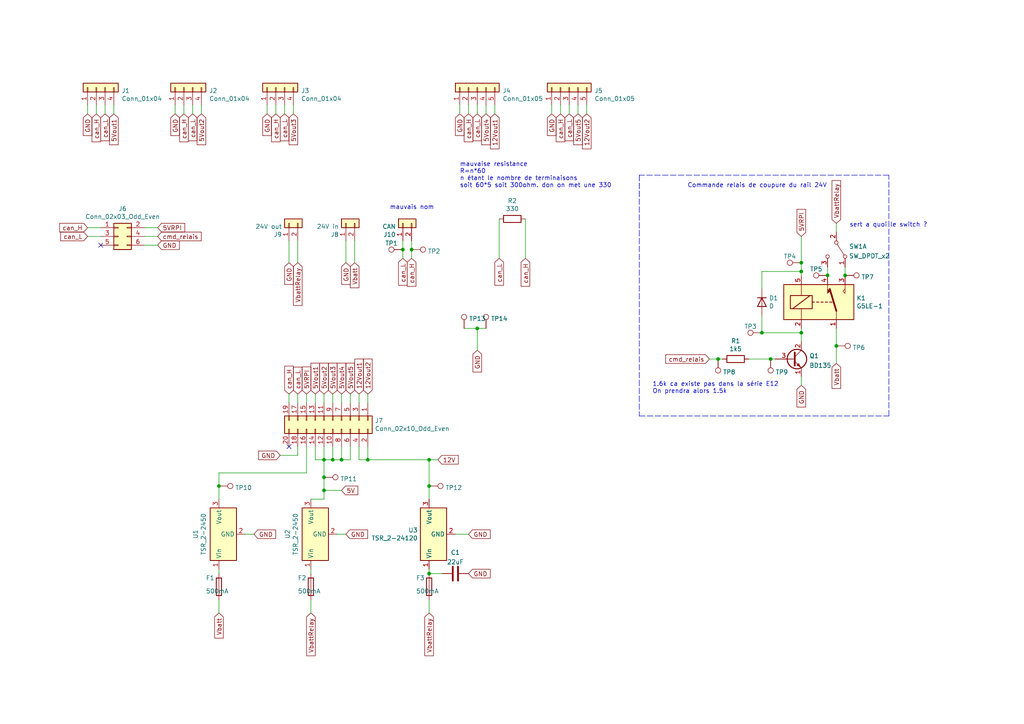
<source format=kicad_sch>
(kicad_sch (version 20211123) (generator eeschema)
  (paper "A4")
  (lib_symbols
    (symbol "Connector:TestPoint" (pin_numbers hide) (pin_names (offset 0.762) hide)
      (property "Reference" "TP" (at 0 6.858 0))
      (property "Value" "TestPoint" (at 0 5.08 0))
      (symbol "TestPoint_0_1"
        (circle (center 0 3.302) (radius 0.762))
      )
      (symbol "TestPoint_1_1"
        (pin passive line (at 0 0 90) (length 2.54) (name "1") (number "1"))
      )
    )
    (symbol "Connector_Generic:Conn_01x02" (pin_names (offset 1.016) hide)
      (property "Reference" "J" (at 0 2.54 0))
      (property "Value" "Conn_01x02" (at 0 -5.08 0))
      (symbol "Conn_01x02_1_1"
        (rectangle (start -1.27 -2.413) (end 0 -2.667) (stroke (width 0.1524)))
        (rectangle (start -1.27 0.127) (end 0 -0.127) (stroke (width 0.1524)))
        (rectangle (start -1.27 1.27) (end 1.27 -3.81) (stroke (width 0.254)) (fill (type background)))
        (pin passive line (at -5.08 0 0) (length 3.81) (name "Pin_1") (number "1"))
        (pin passive line (at -5.08 -2.54 0) (length 3.81) (name "Pin_2") (number "2"))
      )
    )
    (symbol "Connector_Generic:Conn_01x04" (pin_names (offset 1.016) hide)
      (property "Reference" "J" (at 0 5.08 0))
      (property "Value" "Conn_01x04" (at 0 -7.62 0))
      (symbol "Conn_01x04_1_1"
        (rectangle (start -1.27 -4.953) (end 0 -5.207) (stroke (width 0.1524)))
        (rectangle (start -1.27 -2.413) (end 0 -2.667) (stroke (width 0.1524)))
        (rectangle (start -1.27 0.127) (end 0 -0.127) (stroke (width 0.1524)))
        (rectangle (start -1.27 2.667) (end 0 2.413) (stroke (width 0.1524)))
        (rectangle (start -1.27 3.81) (end 1.27 -6.35) (stroke (width 0.254)) (fill (type background)))
        (pin passive line (at -5.08 2.54 0) (length 3.81) (name "Pin_1") (number "1"))
        (pin passive line (at -5.08 0 0) (length 3.81) (name "Pin_2") (number "2"))
        (pin passive line (at -5.08 -2.54 0) (length 3.81) (name "Pin_3") (number "3"))
        (pin passive line (at -5.08 -5.08 0) (length 3.81) (name "Pin_4") (number "4"))
      )
    )
    (symbol "Connector_Generic:Conn_01x05" (pin_names (offset 1.016) hide)
      (property "Reference" "J" (at 0 7.62 0))
      (property "Value" "Conn_01x05" (at 0 -7.62 0))
      (symbol "Conn_01x05_1_1"
        (rectangle (start -1.27 -4.953) (end 0 -5.207) (stroke (width 0.1524)))
        (rectangle (start -1.27 -2.413) (end 0 -2.667) (stroke (width 0.1524)))
        (rectangle (start -1.27 0.127) (end 0 -0.127) (stroke (width 0.1524)))
        (rectangle (start -1.27 2.667) (end 0 2.413) (stroke (width 0.1524)))
        (rectangle (start -1.27 5.207) (end 0 4.953) (stroke (width 0.1524)))
        (rectangle (start -1.27 6.35) (end 1.27 -6.35) (stroke (width 0.254)) (fill (type background)))
        (pin passive line (at -5.08 5.08 0) (length 3.81) (name "Pin_1") (number "1"))
        (pin passive line (at -5.08 2.54 0) (length 3.81) (name "Pin_2") (number "2"))
        (pin passive line (at -5.08 0 0) (length 3.81) (name "Pin_3") (number "3"))
        (pin passive line (at -5.08 -2.54 0) (length 3.81) (name "Pin_4") (number "4"))
        (pin passive line (at -5.08 -5.08 0) (length 3.81) (name "Pin_5") (number "5"))
      )
    )
    (symbol "Connector_Generic:Conn_02x03_Odd_Even" (pin_names (offset 1.016) hide)
      (property "Reference" "J" (at 1.27 5.08 0))
      (property "Value" "Conn_02x03_Odd_Even" (at 1.27 -5.08 0))
      (symbol "Conn_02x03_Odd_Even_1_1"
        (rectangle (start -1.27 -2.413) (end 0 -2.667) (stroke (width 0.1524)))
        (rectangle (start -1.27 0.127) (end 0 -0.127) (stroke (width 0.1524)))
        (rectangle (start -1.27 2.667) (end 0 2.413) (stroke (width 0.1524)))
        (rectangle (start -1.27 3.81) (end 3.81 -3.81) (stroke (width 0.254)) (fill (type background)))
        (rectangle (start 3.81 -2.413) (end 2.54 -2.667) (stroke (width 0.1524)))
        (rectangle (start 3.81 0.127) (end 2.54 -0.127) (stroke (width 0.1524)))
        (rectangle (start 3.81 2.667) (end 2.54 2.413) (stroke (width 0.1524)))
        (pin passive line (at -5.08 2.54 0) (length 3.81) (name "Pin_1") (number "1"))
        (pin passive line (at 7.62 2.54 180) (length 3.81) (name "Pin_2") (number "2"))
        (pin passive line (at -5.08 0 0) (length 3.81) (name "Pin_3") (number "3"))
        (pin passive line (at 7.62 0 180) (length 3.81) (name "Pin_4") (number "4"))
        (pin passive line (at -5.08 -2.54 0) (length 3.81) (name "Pin_5") (number "5"))
        (pin passive line (at 7.62 -2.54 180) (length 3.81) (name "Pin_6") (number "6"))
      )
    )
    (symbol "Connector_Generic:Conn_02x10_Odd_Even" (pin_names (offset 1.016) hide)
      (property "Reference" "J" (at 1.27 12.7 0))
      (property "Value" "Conn_02x10_Odd_Even" (at 1.27 -15.24 0))
      (symbol "Conn_02x10_Odd_Even_1_1"
        (rectangle (start -1.27 -12.573) (end 0 -12.827) (stroke (width 0.1524)))
        (rectangle (start -1.27 -10.033) (end 0 -10.287) (stroke (width 0.1524)))
        (rectangle (start -1.27 -7.493) (end 0 -7.747) (stroke (width 0.1524)))
        (rectangle (start -1.27 -4.953) (end 0 -5.207) (stroke (width 0.1524)))
        (rectangle (start -1.27 -2.413) (end 0 -2.667) (stroke (width 0.1524)))
        (rectangle (start -1.27 0.127) (end 0 -0.127) (stroke (width 0.1524)))
        (rectangle (start -1.27 2.667) (end 0 2.413) (stroke (width 0.1524)))
        (rectangle (start -1.27 5.207) (end 0 4.953) (stroke (width 0.1524)))
        (rectangle (start -1.27 7.747) (end 0 7.493) (stroke (width 0.1524)))
        (rectangle (start -1.27 10.287) (end 0 10.033) (stroke (width 0.1524)))
        (rectangle (start -1.27 11.43) (end 3.81 -13.97) (stroke (width 0.254)) (fill (type background)))
        (rectangle (start 3.81 -12.573) (end 2.54 -12.827) (stroke (width 0.1524)))
        (rectangle (start 3.81 -10.033) (end 2.54 -10.287) (stroke (width 0.1524)))
        (rectangle (start 3.81 -7.493) (end 2.54 -7.747) (stroke (width 0.1524)))
        (rectangle (start 3.81 -4.953) (end 2.54 -5.207) (stroke (width 0.1524)))
        (rectangle (start 3.81 -2.413) (end 2.54 -2.667) (stroke (width 0.1524)))
        (rectangle (start 3.81 0.127) (end 2.54 -0.127) (stroke (width 0.1524)))
        (rectangle (start 3.81 2.667) (end 2.54 2.413) (stroke (width 0.1524)))
        (rectangle (start 3.81 5.207) (end 2.54 4.953) (stroke (width 0.1524)))
        (rectangle (start 3.81 7.747) (end 2.54 7.493) (stroke (width 0.1524)))
        (rectangle (start 3.81 10.287) (end 2.54 10.033) (stroke (width 0.1524)))
        (pin passive line (at -5.08 10.16 0) (length 3.81) (name "Pin_1") (number "1"))
        (pin passive line (at 7.62 0 180) (length 3.81) (name "Pin_10") (number "10"))
        (pin passive line (at -5.08 -2.54 0) (length 3.81) (name "Pin_11") (number "11"))
        (pin passive line (at 7.62 -2.54 180) (length 3.81) (name "Pin_12") (number "12"))
        (pin passive line (at -5.08 -5.08 0) (length 3.81) (name "Pin_13") (number "13"))
        (pin passive line (at 7.62 -5.08 180) (length 3.81) (name "Pin_14") (number "14"))
        (pin passive line (at -5.08 -7.62 0) (length 3.81) (name "Pin_15") (number "15"))
        (pin passive line (at 7.62 -7.62 180) (length 3.81) (name "Pin_16") (number "16"))
        (pin passive line (at -5.08 -10.16 0) (length 3.81) (name "Pin_17") (number "17"))
        (pin passive line (at 7.62 -10.16 180) (length 3.81) (name "Pin_18") (number "18"))
        (pin passive line (at -5.08 -12.7 0) (length 3.81) (name "Pin_19") (number "19"))
        (pin passive line (at 7.62 10.16 180) (length 3.81) (name "Pin_2") (number "2"))
        (pin passive line (at 7.62 -12.7 180) (length 3.81) (name "Pin_20") (number "20"))
        (pin passive line (at -5.08 7.62 0) (length 3.81) (name "Pin_3") (number "3"))
        (pin passive line (at 7.62 7.62 180) (length 3.81) (name "Pin_4") (number "4"))
        (pin passive line (at -5.08 5.08 0) (length 3.81) (name "Pin_5") (number "5"))
        (pin passive line (at 7.62 5.08 180) (length 3.81) (name "Pin_6") (number "6"))
        (pin passive line (at -5.08 2.54 0) (length 3.81) (name "Pin_7") (number "7"))
        (pin passive line (at 7.62 2.54 180) (length 3.81) (name "Pin_8") (number "8"))
        (pin passive line (at -5.08 0 0) (length 3.81) (name "Pin_9") (number "9"))
      )
    )
    (symbol "Device:C" (pin_numbers hide) (pin_names (offset 0.254))
      (property "Reference" "C" (at 0.635 2.54 0))
      (property "Value" "C" (at 0.635 -2.54 0))
      (symbol "C_0_1"
        (polyline (pts (xy -2.032 -0.762) (xy 2.032 -0.762)) (stroke (width 0.508)))
        (polyline (pts (xy -2.032 0.762) (xy 2.032 0.762)) (stroke (width 0.508)))
      )
      (symbol "C_1_1"
        (pin passive line (at 0 3.81 270) (length 2.794) (name "~") (number "1"))
        (pin passive line (at 0 -3.81 90) (length 2.794) (name "~") (number "2"))
      )
    )
    (symbol "Device:D" (pin_numbers hide) (pin_names (offset 1.016) hide)
      (property "Reference" "D" (at 0 2.54 0))
      (property "Value" "D" (at 0 -2.54 0))
      (symbol "D_0_1"
        (polyline (pts (xy -1.27 1.27) (xy -1.27 -1.27)) (stroke (width 0.254)))
        (polyline (pts (xy 1.27 0) (xy -1.27 0)))
        (polyline (pts (xy 1.27 1.27) (xy 1.27 -1.27) (xy -1.27 0) (xy 1.27 1.27)) (stroke (width 0.254)))
      )
      (symbol "D_1_1"
        (pin passive line (at -3.81 0 0) (length 2.54) (name "K") (number "1"))
        (pin passive line (at 3.81 0 180) (length 2.54) (name "A") (number "2"))
      )
    )
    (symbol "Device:Fuse" (pin_numbers hide) (pin_names (offset 0))
      (property "Reference" "F" (at 2.032 0 90))
      (property "Value" "Fuse" (at -1.905 0 90))
      (symbol "Fuse_0_1"
        (rectangle (start -0.762 -2.54) (end 0.762 2.54) (stroke (width 0.254)))
        (polyline (pts (xy 0 2.54) (xy 0 -2.54)))
      )
      (symbol "Fuse_1_1"
        (pin passive line (at 0 3.81 270) (length 1.27) (name "~") (number "1"))
        (pin passive line (at 0 -3.81 90) (length 1.27) (name "~") (number "2"))
      )
    )
    (symbol "Device:R" (pin_numbers hide) (pin_names (offset 0))
      (property "Reference" "R" (at 2.032 0 90))
      (property "Value" "R" (at 0 0 90))
      (symbol "R_0_1"
        (rectangle (start -1.016 -2.54) (end 1.016 2.54) (stroke (width 0.254)))
      )
      (symbol "R_1_1"
        (pin passive line (at 0 3.81 270) (length 1.27) (name "~") (number "1"))
        (pin passive line (at 0 -3.81 90) (length 1.27) (name "~") (number "2"))
      )
    )
    (symbol "Regulator_Switching:TSR_1-24120"
      (property "Reference" "U" (at -7.62 6.35 0))
      (property "Value" "TSR_1-24120" (at -1.27 6.35 0))
      (symbol "TSR_1-24120_0_1"
        (rectangle (start -7.62 5.08) (end 7.62 -2.54) (stroke (width 0.254)) (fill (type background)))
      )
      (symbol "TSR_1-24120_1_1"
        (pin power_in line (at -10.16 2.54 0) (length 2.54) (name "Vin") (number "1"))
        (pin power_in line (at 0 -5.08 90) (length 2.54) (name "GND") (number "2"))
        (pin power_out line (at 10.16 2.54 180) (length 2.54) (name "Vout") (number "3"))
      )
    )
    (symbol "Regulator_Switching:TSR_1-2450"
      (property "Reference" "U" (at -7.62 6.35 0))
      (property "Value" "TSR_1-2450" (at -1.27 6.35 0))
      (symbol "TSR_1-2450_0_1"
        (rectangle (start -7.62 5.08) (end 7.62 -2.54) (stroke (width 0.254)) (fill (type background)))
      )
      (symbol "TSR_1-2450_1_1"
        (pin power_in line (at -10.16 2.54 0) (length 2.54) (name "Vin") (number "1"))
        (pin power_in line (at 0 -5.08 90) (length 2.54) (name "GND") (number "2"))
        (pin power_out line (at 10.16 2.54 180) (length 2.54) (name "Vout") (number "3"))
      )
    )
    (symbol "Relay:G5LE-1"
      (property "Reference" "K" (at 11.43 3.81 0))
      (property "Value" "G5LE-1" (at 11.43 1.27 0))
      (symbol "G5LE-1_0_0"
        (polyline (pts (xy 7.62 5.08) (xy 7.62 2.54) (xy 6.985 3.175) (xy 7.62 3.81)))
      )
      (symbol "G5LE-1_0_1"
        (rectangle (start -10.16 5.08) (end 10.16 -5.08) (stroke (width 0.254)) (fill (type background)))
        (rectangle (start -8.255 1.905) (end -1.905 -1.905) (stroke (width 0.254)))
        (polyline (pts (xy -7.62 -1.905) (xy -2.54 1.905)) (stroke (width 0.254)))
        (polyline (pts (xy -5.08 -5.08) (xy -5.08 -1.905)))
        (polyline (pts (xy -5.08 5.08) (xy -5.08 1.905)))
        (polyline (pts (xy -1.905 0) (xy -1.27 0)) (stroke (width 0.254)))
        (polyline (pts (xy -0.635 0) (xy 0 0)) (stroke (width 0.254)))
        (polyline (pts (xy 0.635 0) (xy 1.27 0)) (stroke (width 0.254)))
        (polyline (pts (xy 1.905 0) (xy 2.54 0)) (stroke (width 0.254)))
        (polyline (pts (xy 3.175 0) (xy 3.81 0)) (stroke (width 0.254)))
        (polyline (pts (xy 5.08 -2.54) (xy 3.175 3.81)) (stroke (width 0.508)))
        (polyline (pts (xy 5.08 -2.54) (xy 5.08 -5.08)))
        (polyline (pts (xy 2.54 5.08) (xy 2.54 2.54) (xy 3.175 3.175) (xy 2.54 3.81)) (fill (type outline)))
      )
      (symbol "G5LE-1_1_1"
        (pin passive line (at 5.08 -7.62 90) (length 2.54) (name "~") (number "1"))
        (pin passive line (at -5.08 -7.62 90) (length 2.54) (name "~") (number "2"))
        (pin passive line (at 7.62 7.62 270) (length 2.54) (name "~") (number "3"))
        (pin passive line (at 2.54 7.62 270) (length 2.54) (name "~") (number "4"))
        (pin passive line (at -5.08 7.62 270) (length 2.54) (name "~") (number "5"))
      )
    )
    (symbol "Switch:SW_DPDT_x2" (pin_names (offset 0) hide)
      (property "Reference" "SW" (at 0 4.318 0))
      (property "Value" "SW_DPDT_x2" (at 0 -5.08 0))
      (symbol "SW_DPDT_x2_0_0"
        (circle (center -2.032 0) (radius 0.508))
        (circle (center 2.032 -2.54) (radius 0.508))
      )
      (symbol "SW_DPDT_x2_0_1"
        (polyline (pts (xy -1.524 0.254) (xy 1.651 2.286)))
        (circle (center 2.032 2.54) (radius 0.508))
      )
      (symbol "SW_DPDT_x2_1_1"
        (pin passive line (at 5.08 2.54 180) (length 2.54) (name "A") (number "1"))
        (pin passive line (at -5.08 0 0) (length 2.54) (name "B") (number "2"))
        (pin passive line (at 5.08 -2.54 180) (length 2.54) (name "C") (number "3"))
      )
      (symbol "SW_DPDT_x2_2_1"
        (pin passive line (at 5.08 2.54 180) (length 2.54) (name "A") (number "4"))
        (pin passive line (at -5.08 0 0) (length 2.54) (name "B") (number "5"))
        (pin passive line (at 5.08 -2.54 180) (length 2.54) (name "C") (number "6"))
      )
    )
    (symbol "Transistor_BJT:BD135" (pin_names (offset 0) hide)
      (property "Reference" "Q" (at 5.08 1.905 0))
      (property "Value" "BD135" (at 5.08 0 0))
      (symbol "BD135_0_1"
        (polyline (pts (xy 0 0) (xy 0.635 0)))
        (polyline (pts (xy 2.54 -2.54) (xy 0.635 -0.635)))
        (polyline (pts (xy 2.54 2.54) (xy 0.635 0.635)))
        (polyline (pts (xy 0.635 1.905) (xy 0.635 -1.905) (xy 0.635 -1.905)) (stroke (width 0.508)) (fill (type outline)))
        (polyline (pts (xy 1.2446 -1.778) (xy 1.7526 -1.27) (xy 2.286 -2.286) (xy 1.2446 -1.778) (xy 1.2446 -1.778)) (fill (type outline)))
        (circle (center 1.27 0) (radius 2.8194) (stroke (width 0.3048)))
      )
      (symbol "BD135_1_1"
        (pin passive line (at 2.54 -5.08 90) (length 2.54) (name "E") (number "1"))
        (pin passive line (at 2.54 5.08 270) (length 2.54) (name "C") (number "2"))
        (pin input line (at -5.08 0 0) (length 5.08) (name "B") (number "3"))
      )
    )
  )
  (junction (at 63.5 140.97))
  (junction (at 106.68 133.35))
  (junction (at 242.57 100.33))
  (junction (at 223.52 104.14))
  (junction (at 232.41 96.52))
  (junction (at 99.06 133.35))
  (junction (at 138.43 95.25))
  (junction (at 232.41 78.74))
  (junction (at 119.38 72.39))
  (junction (at 96.52 133.35))
  (junction (at 124.46 140.97))
  (junction (at 245.11 79.8784))
  (junction (at 93.98 133.35))
  (junction (at 93.98 138.43))
  (junction (at 232.41 76.2))
  (junction (at 240.03 79.8784))
  (junction (at 124.46 133.35))
  (junction (at 220.98 96.52))
  (junction (at 116.84 72.39))
  (junction (at 208.28 104.14))
  (junction (at 124.46 166.37))
  (junction (at 93.98 142.24))
  (no_connect (at 29.21 71.12))
  (no_connect (at 83.82 129.54))
  (wire (pts (xy 86.36 132.08) (xy 86.36 129.54)))
  (wire (pts (xy 97.79 154.94) (xy 100.33 154.94)))
  (wire (pts (xy 240.03 77.47) (xy 240.03 79.8784)))
  (wire (pts (xy 25.4 68.58) (xy 29.21 68.58)))
  (wire (pts (xy 104.14 114.3) (xy 104.14 116.84)))
  (wire (pts (xy 232.41 68.58) (xy 232.41 76.2)))
  (wire (pts (xy 85.09 30.48) (xy 85.09 33.02)))
  (wire (pts (xy 138.43 95.25) (xy 140.97 95.25)))
  (wire (pts (xy 71.12 154.94) (xy 73.66 154.94)))
  (wire (pts (xy 223.52 104.14) (xy 224.79 104.14)))
  (wire (pts (xy 101.6 114.3) (xy 101.6 116.84)))
  (wire (pts (xy 124.46 140.97) (xy 124.46 133.35)))
  (wire (pts (xy 245.11 77.47) (xy 245.11 79.8784)))
  (wire (pts (xy 124.46 173.99) (xy 124.46 177.8)))
  (wire (pts (xy 77.47 30.48) (xy 77.47 33.02)))
  (wire (pts (xy 83.82 114.3) (xy 83.82 116.84)))
  (wire (pts (xy 209.55 104.14) (xy 208.28 104.14)))
  (wire (pts (xy 91.44 114.3) (xy 91.44 116.84)))
  (wire (pts (xy 124.46 133.35) (xy 127 133.35)))
  (wire (pts (xy 99.06 142.24) (xy 93.98 142.24)))
  (wire (pts (xy 232.41 78.74) (xy 232.41 80.01)))
  (wire (pts (xy 93.98 144.78) (xy 90.17 144.78)))
  (wire (pts (xy 88.9 137.16) (xy 63.5 137.16)))
  (wire (pts (xy 143.51 30.48) (xy 143.51 33.02)))
  (wire (pts (xy 119.38 69.85) (xy 119.38 72.39)))
  (wire (pts (xy 50.8 30.48) (xy 50.8 33.02)))
  (wire (pts (xy 232.41 96.52) (xy 232.41 99.06)))
  (wire (pts (xy 63.5 173.99) (xy 63.5 177.8)))
  (wire (pts (xy 242.57 64.77) (xy 242.57 67.31)))
  (wire (pts (xy 41.91 66.04) (xy 45.72 66.04)))
  (wire (pts (xy 80.01 30.48) (xy 80.01 33.02)))
  (wire (pts (xy 90.17 166.37) (xy 90.17 165.1)))
  (polyline (pts (xy 185.42 50.8) (xy 185.42 120.65)))
  (wire (pts (xy 27.94 30.48) (xy 27.94 33.02)))
  (wire (pts (xy 232.41 109.22) (xy 232.41 111.76)))
  (wire (pts (xy 220.98 83.82) (xy 220.98 78.74)))
  (wire (pts (xy 99.06 133.35) (xy 99.06 129.54)))
  (wire (pts (xy 242.57 95.25) (xy 242.57 100.33)))
  (wire (pts (xy 135.89 30.48) (xy 135.89 33.02)))
  (wire (pts (xy 30.48 30.48) (xy 30.48 33.02)))
  (wire (pts (xy 90.17 173.99) (xy 90.17 177.8)))
  (wire (pts (xy 232.41 76.2) (xy 232.41 78.74)))
  (wire (pts (xy 119.38 72.39) (xy 119.38 74.93)))
  (wire (pts (xy 160.02 30.48) (xy 160.02 33.02)))
  (wire (pts (xy 96.52 114.3) (xy 96.52 116.84)))
  (wire (pts (xy 106.68 133.35) (xy 104.14 133.35)))
  (wire (pts (xy 208.28 104.14) (xy 205.74 104.14)))
  (wire (pts (xy 106.68 114.3) (xy 106.68 116.84)))
  (wire (pts (xy 124.46 133.35) (xy 106.68 133.35)))
  (wire (pts (xy 25.4 66.04) (xy 29.21 66.04)))
  (wire (pts (xy 93.98 138.43) (xy 93.98 142.24)))
  (wire (pts (xy 124.46 166.37) (xy 128.27 166.37)))
  (wire (pts (xy 86.36 76.2) (xy 86.36 69.85)))
  (wire (pts (xy 63.5 137.16) (xy 63.5 140.97)))
  (wire (pts (xy 91.44 133.35) (xy 93.98 133.35)))
  (wire (pts (xy 93.98 133.35) (xy 93.98 129.54)))
  (wire (pts (xy 217.17 104.14) (xy 223.52 104.14)))
  (wire (pts (xy 101.6 133.35) (xy 101.6 129.54)))
  (polyline (pts (xy 257.81 50.8) (xy 185.42 50.8)))
  (wire (pts (xy 53.34 30.48) (xy 53.34 33.02)))
  (wire (pts (xy 170.18 30.48) (xy 170.18 33.02)))
  (wire (pts (xy 124.46 166.37) (xy 124.46 165.1)))
  (wire (pts (xy 132.08 154.94) (xy 135.89 154.94)))
  (wire (pts (xy 232.41 95.25) (xy 232.41 96.52)))
  (wire (pts (xy 88.9 114.3) (xy 88.9 116.84)))
  (wire (pts (xy 104.14 133.35) (xy 104.14 129.54)))
  (wire (pts (xy 83.82 76.2) (xy 83.82 69.85)))
  (wire (pts (xy 162.56 30.48) (xy 162.56 33.02)))
  (wire (pts (xy 124.46 144.78) (xy 124.46 140.97)))
  (wire (pts (xy 25.4 30.48) (xy 25.4 33.02)))
  (wire (pts (xy 138.43 95.25) (xy 138.43 101.6)))
  (wire (pts (xy 63.5 166.37) (xy 63.5 165.1)))
  (wire (pts (xy 99.06 114.3) (xy 99.06 116.84)))
  (wire (pts (xy 88.9 129.54) (xy 88.9 137.16)))
  (wire (pts (xy 99.06 133.35) (xy 101.6 133.35)))
  (wire (pts (xy 116.84 69.85) (xy 116.84 72.39)))
  (wire (pts (xy 152.4 63.5) (xy 152.4 74.93)))
  (wire (pts (xy 220.98 91.44) (xy 220.98 96.52)))
  (wire (pts (xy 82.55 30.48) (xy 82.55 33.02)))
  (polyline (pts (xy 185.42 50.8) (xy 185.42 57.15)))
  (wire (pts (xy 138.43 30.48) (xy 138.43 33.02)))
  (wire (pts (xy 240.03 79.8784) (xy 240.03 80.01)))
  (wire (pts (xy 106.68 133.35) (xy 106.68 129.54)))
  (wire (pts (xy 93.98 142.24) (xy 93.98 144.78)))
  (wire (pts (xy 165.1 30.48) (xy 165.1 33.02)))
  (wire (pts (xy 140.97 30.48) (xy 140.97 33.02)))
  (wire (pts (xy 167.64 30.48) (xy 167.64 33.02)))
  (wire (pts (xy 96.52 133.35) (xy 93.98 133.35)))
  (polyline (pts (xy 257.81 120.65) (xy 257.81 50.8)))
  (polyline (pts (xy 185.42 120.65) (xy 257.81 120.65)))
  (wire (pts (xy 144.78 63.5) (xy 144.78 74.93)))
  (wire (pts (xy 116.84 72.39) (xy 116.84 74.93)))
  (wire (pts (xy 81.28 132.08) (xy 86.36 132.08)))
  (wire (pts (xy 133.35 30.48) (xy 133.35 33.02)))
  (wire (pts (xy 45.72 68.58) (xy 41.91 68.58)))
  (wire (pts (xy 242.57 100.33) (xy 242.57 105.41)))
  (wire (pts (xy 45.72 71.12) (xy 41.91 71.12)))
  (wire (pts (xy 91.44 129.54) (xy 91.44 133.35)))
  (wire (pts (xy 220.98 78.74) (xy 232.41 78.74)))
  (wire (pts (xy 33.02 30.48) (xy 33.02 33.02)))
  (wire (pts (xy 134.62 95.25) (xy 138.43 95.25)))
  (wire (pts (xy 245.11 79.8784) (xy 245.11 80.01)))
  (wire (pts (xy 63.5 140.97) (xy 63.5 144.78)))
  (wire (pts (xy 96.52 133.35) (xy 99.06 133.35)))
  (wire (pts (xy 102.87 76.2) (xy 102.87 69.85)))
  (wire (pts (xy 55.88 30.48) (xy 55.88 33.02)))
  (wire (pts (xy 220.98 96.52) (xy 232.41 96.52)))
  (wire (pts (xy 86.36 114.3) (xy 86.36 116.84)))
  (wire (pts (xy 93.98 133.35) (xy 93.98 138.43)))
  (wire (pts (xy 100.33 76.2) (xy 100.33 69.85)))
  (wire (pts (xy 93.98 114.3) (xy 93.98 116.84)))
  (wire (pts (xy 58.42 30.48) (xy 58.42 33.02)))
  (wire (pts (xy 96.52 129.54) (xy 96.52 133.35)))
  (text "Commande relais de coupure du rail 24V" (at 199.39 54.61 0) (effects (font (size 1.27 1.27)) (justify left bottom)))
  (text "1.6k ca existe pas dans la série E12\nOn prendra alors 1.5k" (at 189.23 114.3 0) (effects (font (size 1.27 1.27)) (justify left bottom)))
  (text "mauvaise resistance\nR=n*60\nn étant le nombre de terminaisons\nsoit 60*5 soit 300ohm. don on met une 330" (at 133.35 54.61 0) (effects (font (size 1.27 1.27)) (justify left bottom)))
  (text "sert a quoi le switch ?" (at 246.38 66.04 0) (effects (font (size 1.27 1.27)) (justify left bottom)))
  (text "mauvais nom" (at 113.03 60.96 0) (effects (font (size 1.27 1.27)) (justify left bottom)))
  (global_label "can_H" (shape input) (at 152.4 74.93 270) (property "Intersheet References" "${INTERSHEET_REFS}" (effects hide)))
  (global_label "5Vout1" (shape input) (at 33.02 33.02 270) (property "Intersheet References" "${INTERSHEET_REFS}" (effects hide)))
  (global_label "5Vout1" (shape input) (at 91.44 114.3 90) (property "Intersheet References" "${INTERSHEET_REFS}" (effects hide)))
  (global_label "can_L" (shape input) (at 30.48 33.02 270) (property "Intersheet References" "${INTERSHEET_REFS}" (effects hide)))
  (global_label "GND" (shape input) (at 135.89 154.94 0) (property "Intersheet References" "${INTERSHEET_REFS}" (effects hide)))
  (global_label "cmd_relais" (shape input) (at 45.72 68.58 0) (property "Intersheet References" "${INTERSHEET_REFS}" (effects hide)))
  (global_label "VbattRelay" (shape input) (at 124.46 177.8 270) (property "Intersheet References" "${INTERSHEET_REFS}" (effects hide)))
  (global_label "GND" (shape input) (at 45.72 71.12 0) (property "Intersheet References" "${INTERSHEET_REFS}" (effects hide)))
  (global_label "can_L" (shape input) (at 55.88 33.02 270) (property "Intersheet References" "${INTERSHEET_REFS}" (effects hide)))
  (global_label "can_L" (shape input) (at 116.84 74.93 270) (property "Intersheet References" "${INTERSHEET_REFS}" (effects hide)))
  (global_label "can_H" (shape input) (at 80.01 33.02 270) (property "Intersheet References" "${INTERSHEET_REFS}" (effects hide)))
  (global_label "5Vout4" (shape input) (at 99.06 114.3 90) (property "Intersheet References" "${INTERSHEET_REFS}" (effects hide)))
  (global_label "can_L" (shape input) (at 165.1 33.02 270) (property "Intersheet References" "${INTERSHEET_REFS}" (effects hide)))
  (global_label "can_H" (shape input) (at 83.82 114.3 90) (property "Intersheet References" "${INTERSHEET_REFS}" (effects hide)))
  (global_label "5Vout2" (shape input) (at 93.98 114.3 90) (property "Intersheet References" "${INTERSHEET_REFS}" (effects hide)))
  (global_label "12Vout1" (shape input) (at 143.51 33.02 270) (property "Intersheet References" "${INTERSHEET_REFS}" (effects hide)))
  (global_label "can_H" (shape input) (at 53.34 33.02 270) (property "Intersheet References" "${INTERSHEET_REFS}" (effects hide)))
  (global_label "GND" (shape input) (at 100.33 154.94 0) (property "Intersheet References" "${INTERSHEET_REFS}" (effects hide)))
  (global_label "can_H" (shape input) (at 135.89 33.02 270) (property "Intersheet References" "${INTERSHEET_REFS}" (effects hide)))
  (global_label "5VRPI" (shape input) (at 232.41 68.58 90) (property "Intersheet References" "${INTERSHEET_REFS}" (effects hide)))
  (global_label "12V" (shape input) (at 127 133.35 0) (property "Intersheet References" "${INTERSHEET_REFS}" (effects hide)))
  (global_label "can_L" (shape input) (at 82.55 33.02 270) (property "Intersheet References" "${INTERSHEET_REFS}" (effects hide)))
  (global_label "GND" (shape input) (at 135.89 166.37 0) (property "Intersheet References" "${INTERSHEET_REFS}" (effects hide)))
  (global_label "cmd_relais" (shape input) (at 205.74 104.14 180) (property "Intersheet References" "${INTERSHEET_REFS}" (effects hide)))
  (global_label "Vbatt" (shape input) (at 102.87 76.2 270) (property "Intersheet References" "${INTERSHEET_REFS}" (effects hide)))
  (global_label "5Vout4" (shape input) (at 140.97 33.02 270) (property "Intersheet References" "${INTERSHEET_REFS}" (effects hide)))
  (global_label "5Vout5" (shape input) (at 101.6 114.3 90) (property "Intersheet References" "${INTERSHEET_REFS}" (effects hide)))
  (global_label "GND" (shape input) (at 73.66 154.94 0) (property "Intersheet References" "${INTERSHEET_REFS}" (effects hide)))
  (global_label "GND" (shape input) (at 160.02 33.02 270) (property "Intersheet References" "${INTERSHEET_REFS}" (effects hide)))
  (global_label "GND" (shape input) (at 133.35 33.02 270) (property "Intersheet References" "${INTERSHEET_REFS}" (effects hide)))
  (global_label "can_H" (shape input) (at 119.38 74.93 270) (property "Intersheet References" "${INTERSHEET_REFS}" (effects hide)))
  (global_label "can_H" (shape input) (at 27.94 33.02 270) (property "Intersheet References" "${INTERSHEET_REFS}" (effects hide)))
  (global_label "can_H" (shape input) (at 162.56 33.02 270) (property "Intersheet References" "${INTERSHEET_REFS}" (effects hide)))
  (global_label "12Vout2" (shape input) (at 170.18 33.02 270) (property "Intersheet References" "${INTERSHEET_REFS}" (effects hide)))
  (global_label "5Vout5" (shape input) (at 167.64 33.02 270) (property "Intersheet References" "${INTERSHEET_REFS}" (effects hide)))
  (global_label "GND" (shape input) (at 83.82 76.2 270) (property "Intersheet References" "${INTERSHEET_REFS}" (effects hide)))
  (global_label "GND" (shape input) (at 138.43 101.6 270) (property "Intersheet References" "${INTERSHEET_REFS}" (effects hide)))
  (global_label "5Vout2" (shape input) (at 58.42 33.02 270) (property "Intersheet References" "${INTERSHEET_REFS}" (effects hide)))
  (global_label "can_L" (shape input) (at 25.4 68.58 180) (property "Intersheet References" "${INTERSHEET_REFS}" (effects hide)))
  (global_label "GND" (shape input) (at 100.33 76.2 270) (property "Intersheet References" "${INTERSHEET_REFS}" (effects hide)))
  (global_label "5VRPI" (shape input) (at 88.9 114.3 90) (property "Intersheet References" "${INTERSHEET_REFS}" (effects hide)))
  (global_label "GND" (shape input) (at 50.8 33.02 270) (property "Intersheet References" "${INTERSHEET_REFS}" (effects hide)))
  (global_label "5VRPI" (shape input) (at 45.72 66.04 0) (property "Intersheet References" "${INTERSHEET_REFS}" (effects hide)))
  (global_label "GND" (shape input) (at 25.4 33.02 270) (property "Intersheet References" "${INTERSHEET_REFS}" (effects hide)))
  (global_label "5Vout3" (shape input) (at 85.09 33.02 270) (property "Intersheet References" "${INTERSHEET_REFS}" (effects hide)))
  (global_label "GND" (shape input) (at 232.41 111.76 270) (property "Intersheet References" "${INTERSHEET_REFS}" (effects hide)))
  (global_label "can_L" (shape input) (at 86.36 114.3 90) (property "Intersheet References" "${INTERSHEET_REFS}" (effects hide)))
  (global_label "VbattRelay" (shape input) (at 86.36 76.2 270) (property "Intersheet References" "${INTERSHEET_REFS}" (effects hide)))
  (global_label "GND" (shape input) (at 77.47 33.02 270) (property "Intersheet References" "${INTERSHEET_REFS}" (effects hide)))
  (global_label "VbattRelay" (shape input) (at 90.17 177.8 270) (property "Intersheet References" "${INTERSHEET_REFS}" (effects hide)))
  (global_label "Vbatt" (shape input) (at 63.5 177.8 270) (property "Intersheet References" "${INTERSHEET_REFS}" (effects hide)))
  (global_label "12Vout2" (shape input) (at 106.68 114.3 90) (property "Intersheet References" "${INTERSHEET_REFS}" (effects hide)))
  (global_label "can_L" (shape input) (at 144.78 74.93 270) (property "Intersheet References" "${INTERSHEET_REFS}" (effects hide)))
  (global_label "Vbatt" (shape input) (at 242.57 105.41 270) (property "Intersheet References" "${INTERSHEET_REFS}" (effects hide)))
  (global_label "GND" (shape input) (at 81.28 132.08 180) (property "Intersheet References" "${INTERSHEET_REFS}" (effects hide)))
  (global_label "can_H" (shape input) (at 25.4 66.04 180) (property "Intersheet References" "${INTERSHEET_REFS}" (effects hide)))
  (global_label "12Vout1" (shape input) (at 104.14 114.3 90) (property "Intersheet References" "${INTERSHEET_REFS}" (effects hide)))
  (global_label "5V" (shape input) (at 99.06 142.24 0) (property "Intersheet References" "${INTERSHEET_REFS}" (effects hide)))
  (global_label "VbattRelay" (shape input) (at 242.57 64.77 90) (property "Intersheet References" "${INTERSHEET_REFS}" (effects hide)))
  (global_label "can_L" (shape input) (at 138.43 33.02 270) (property "Intersheet References" "${INTERSHEET_REFS}" (effects hide)))
  (global_label "5Vout3" (shape input) (at 96.52 114.3 90) (property "Intersheet References" "${INTERSHEET_REFS}" (effects hide)))
  (symbol (lib_id "Regulator_Switching:TSR_1-2450") (at 92.71 154.94 90) (unit 1)
    (property "Reference" "U2" (at 83.3882 154.94 0))
    (property "Value" "TSR_2-2450" (at 85.6996 154.94 0))
    (property "Footprint" "Converter_DCDC:Converter_DCDC_TRACO_TSR-1_THT" (effects hide))
    (property "Datasheet" "http://www.tracopower.com/products/tsr1.pdf" (effects hide))
  )
  (symbol (lib_id "Regulator_Switching:TSR_1-24120") (at 127 154.94 90) (unit 1)
    (property "Reference" "U3" (at 121.1834 153.7716 90) (effects (justify left)))
    (property "Value" "TSR_2-24120" (at 121.1834 156.083 90) (effects (justify left)))
    (property "Footprint" "Converter_DCDC:Converter_DCDC_TRACO_TSR-1_THT" (effects hide))
    (property "Datasheet" "http://www.tracopower.com/products/tsr1.pdf" (effects hide))
  )
  (symbol (lib_id "Regulator_Switching:TSR_1-2450") (at 66.04 154.94 90) (unit 1)
    (property "Reference" "U1" (at 56.7182 154.94 0))
    (property "Value" "TSR_2-2450" (at 59.0296 154.94 0))
    (property "Footprint" "Converter_DCDC:Converter_DCDC_TRACO_TSR-1_THT" (effects hide))
    (property "Datasheet" "http://www.tracopower.com/products/tsr1.pdf" (effects hide))
  )
  (symbol (lib_id "Connector_Generic:Conn_01x04") (at 27.94 25.4 90) (unit 1)
    (property "Reference" "J1" (at 35.2552 26.3144 90) (effects (justify right)))
    (property "Value" "Conn_01x04" (at 35.2552 28.6258 90) (effects (justify right)))
    (property "Footprint" "Connector_JST:JST_PH_B4B-PH-K_1x04_P2.00mm_Vertical" (effects hide))
  )
  (symbol (lib_id "Connector_Generic:Conn_02x03_Odd_Even") (at 34.29 68.58 0) (unit 1)
    (property "Reference" "J6" (at 35.56 60.5282 0))
    (property "Value" "Conn_02x03_Odd_Even" (at 35.56 62.8396 0))
    (property "Footprint" "Connector_Hirose:Hirose_DF11-6DP-2DSA_2x03_P2.00mm_Vertical" (effects hide))
  )
  (symbol (lib_id "Connector_Generic:Conn_01x04") (at 53.34 25.4 90) (unit 1)
    (property "Reference" "J2" (at 60.6552 26.3144 90) (effects (justify right)))
    (property "Value" "Conn_01x04" (at 60.6552 28.6258 90) (effects (justify right)))
    (property "Footprint" "Connector_JST:JST_PH_B4B-PH-K_1x04_P2.00mm_Vertical" (effects hide))
  )
  (symbol (lib_id "Connector_Generic:Conn_01x04") (at 80.01 25.4 90) (unit 1)
    (property "Reference" "J3" (at 87.3252 26.3144 90) (effects (justify right)))
    (property "Value" "Conn_01x04" (at 87.3252 28.6258 90) (effects (justify right)))
    (property "Footprint" "Connector_JST:JST_PH_B4B-PH-K_1x04_P2.00mm_Vertical" (effects hide))
  )
  (symbol (lib_id "Relay:G5LE-1") (at 237.49 87.63 0) (unit 1)
    (property "Reference" "K1" (at 248.412 86.4616 0) (effects (justify left)))
    (property "Value" "G5LE-1" (at 248.412 88.773 0) (effects (justify left)))
    (property "Footprint" "Relay_THT:Relay_SPDT_Omron-G5LE-1" (effects hide))
    (property "Datasheet" "http://www.omron.com/ecb/products/pdf/en-g5le.pdf" (effects hide))
  )
  (symbol (lib_id "Device:R") (at 213.36 104.14 270) (unit 1)
    (property "Reference" "R1" (at 213.36 98.8822 90))
    (property "Value" "1k5" (at 213.36 101.1936 90))
    (property "Footprint" "Resistor_THT:R_Axial_DIN0207_L6.3mm_D2.5mm_P10.16mm_Horizontal" (effects hide))
  )
  (symbol (lib_id "Connector_Generic:Conn_02x10_Odd_Even") (at 96.52 121.92 270) (unit 1)
    (property "Reference" "J7" (at 108.712 122.0216 90) (effects (justify left)))
    (property "Value" "Conn_02x10_Odd_Even" (at 108.712 124.333 90) (effects (justify left)))
    (property "Footprint" "Connector_PinSocket_2.54mm:PinSocket_2x10_P2.54mm_Vertical" (effects hide))
  )
  (symbol (lib_id "Connector_Generic:Conn_01x02") (at 100.33 64.77 90) (unit 1)
    (property "Reference" "J8" (at 98.298 68.0212 90) (effects (justify left)))
    (property "Value" "24V in" (at 98.298 65.7098 90) (effects (justify left)))
    (property "Footprint" "Connector_AMASS:AMASS_XT60-F_1x02_P7.20mm_Vertical" (effects hide))
  )
  (symbol (lib_id "Device:D") (at 220.98 87.63 270) (unit 1)
    (property "Reference" "D1" (at 223.012 86.4616 90) (effects (justify left)))
    (property "Value" "D" (at 223.012 88.773 90) (effects (justify left)))
    (property "Footprint" "Diode_THT:D_DO-15_P12.70mm_Horizontal" (effects hide))
  )
  (symbol (lib_id "Connector_Generic:Conn_01x05") (at 138.43 25.4 90) (unit 1)
    (property "Reference" "J4" (at 145.7452 26.3144 90) (effects (justify right)))
    (property "Value" "Conn_01x05" (at 145.7452 28.6258 90) (effects (justify right)))
    (property "Footprint" "Connector_JST:JST_PH_B5B-PH-K_1x05_P2.00mm_Vertical" (effects hide))
  )
  (symbol (lib_id "Connector_Generic:Conn_01x05") (at 165.1 25.4 90) (unit 1)
    (property "Reference" "J5" (at 172.4152 26.3144 90) (effects (justify right)))
    (property "Value" "Conn_01x05" (at 172.4152 28.6258 90) (effects (justify right)))
    (property "Footprint" "Connector_JST:JST_PH_B5B-PH-K_1x05_P2.00mm_Vertical" (effects hide))
  )
  (symbol (lib_id "Connector:TestPoint") (at 63.5 140.97 270) (unit 1)
    (property "Reference" "TP10" (at 68.199 141.449 90) (effects (justify left)))
    (property "Value" "TestPoint" (effects hide))
    (property "Footprint" "TestPoint:TestPoint_Pad_D2.0mm" (effects hide))
  )
  (symbol (lib_id "Connector:TestPoint") (at 232.41 76.2 90) (unit 1)
    (property "Reference" "TP4" (at 229.108 74.3735 90))
    (property "Value" "TestPoint" (effects hide))
    (property "Footprint" "TestPoint:TestPoint_Pad_D2.0mm" (effects hide))
  )
  (symbol (lib_id "Connector_Generic:Conn_01x02") (at 116.84 64.77 90) (unit 1)
    (property "Reference" "J10" (at 114.808 68.0212 90) (effects (justify left)))
    (property "Value" "CAN" (at 114.808 65.7098 90) (effects (justify left)))
    (property "Footprint" "Connector_JST:JST_PH_B2B-PH-K_1x02_P2.00mm_Vertical" (effects hide))
  )
  (symbol (lib_id "Connector:TestPoint") (at 124.46 140.97 270) (unit 1)
    (property "Reference" "TP12" (at 129.159 141.449 90) (effects (justify left)))
    (property "Value" "TestPoint" (effects hide))
    (property "Footprint" "TestPoint:TestPoint_Pad_D2.0mm" (effects hide))
  )
  (symbol (lib_id "Connector:TestPoint") (at 240.03 79.8784 90) (unit 1)
    (property "Reference" "TP5" (at 236.728 78.0519 90))
    (property "Value" "TestPoint" (effects hide))
    (property "Footprint" "TestPoint:TestPoint_Pad_D2.0mm" (effects hide))
  )
  (symbol (lib_id "Connector:TestPoint") (at 220.98 96.52 90) (unit 1)
    (property "Reference" "TP3" (at 217.678 94.6935 90))
    (property "Value" "TestPoint" (effects hide))
    (property "Footprint" "TestPoint:TestPoint_Pad_D2.0mm" (effects hide))
  )
  (symbol (lib_id "Connector:TestPoint") (at 242.57 100.33 270) (unit 1)
    (property "Reference" "TP6" (at 247.269 100.809 90) (effects (justify left)))
    (property "Value" "TestPoint" (effects hide))
    (property "Footprint" "TestPoint:TestPoint_Pad_D2.0mm" (effects hide))
  )
  (symbol (lib_id "Connector:TestPoint") (at 93.98 138.43 270) (unit 1)
    (property "Reference" "TP11" (at 98.679 138.909 90) (effects (justify left)))
    (property "Value" "TestPoint" (effects hide))
    (property "Footprint" "TestPoint:TestPoint_Pad_D2.0mm" (effects hide))
  )
  (symbol (lib_id "Connector:TestPoint") (at 116.84 72.39 90) (unit 1)
    (property "Reference" "TP1" (at 113.538 70.5635 90))
    (property "Value" "TestPoint" (effects hide))
    (property "Footprint" "TestPoint:TestPoint_Pad_D2.0mm" (effects hide))
  )
  (symbol (lib_id "Device:C") (at 132.08 166.37 90) (unit 1)
    (property "Reference" "C1" (at 132.08 160.2445 90))
    (property "Value" "22uF" (at 132.08 163.0196 90))
    (property "Footprint" "Capacitor_THT:CP_Radial_D5.0mm_P2.00mm" (effects hide))
  )
  (symbol (lib_id "Switch:SW_DPDT_x2") (at 242.57 72.39 270) (unit 1)
    (property "Reference" "SW1" (at 246.253 71.4815 90) (effects (justify left)))
    (property "Value" "SW_DPDT_x2" (at 246.253 74.2566 90) (effects (justify left)))
    (property "Footprint" "Autre:Switch_3_Pin" (effects hide))
  )
  (symbol (lib_id "Connector:TestPoint") (at 245.11 79.8784 270) (unit 1)
    (property "Reference" "TP7" (at 249.809 80.3574 90) (effects (justify left)))
    (property "Value" "TestPoint" (effects hide))
    (property "Footprint" "TestPoint:TestPoint_Pad_D2.0mm" (effects hide))
  )
  (symbol (lib_id "Connector:TestPoint") (at 119.38 72.39 270) (unit 1)
    (property "Reference" "TP2" (at 124.079 72.869 90) (effects (justify left)))
    (property "Value" "TestPoint" (effects hide))
    (property "Footprint" "TestPoint:TestPoint_Pad_D2.0mm" (effects hide))
  )
  (symbol (lib_id "Connector:TestPoint") (at 140.97 95.25 0) (unit 1)
    (property "Reference" "TP14" (at 142.367 92.427 0) (effects (justify left)))
    (property "Value" "TestPoint" (effects hide))
    (property "Footprint" "TestPoint:TestPoint_Pad_D2.0mm" (effects hide))
  )
  (symbol (lib_id "Device:Fuse") (at 124.46 170.18 0) (unit 1)
    (property "Reference" "F3" (at 120.65 167.64 0) (effects (justify left)))
    (property "Value" "500mA" (at 120.65 171.45 0) (effects (justify left)))
    (property "Footprint" "Fuse:Fuse_BelFuse_0ZRE0012FF_L8.3mm_W3.8mm" (effects hide))
  )
  (symbol (lib_id "Connector:TestPoint") (at 208.28 104.14 180) (unit 1)
    (property "Reference" "TP8" (at 209.677 107.921 0) (effects (justify right)))
    (property "Value" "TestPoint" (effects hide))
    (property "Footprint" "TestPoint:TestPoint_Pad_D2.0mm" (effects hide))
  )
  (symbol (lib_id "Connector:TestPoint") (at 134.62 95.25 0) (unit 1)
    (property "Reference" "TP13" (at 136.017 92.427 0) (effects (justify left)))
    (property "Value" "TestPoint" (effects hide))
    (property "Footprint" "TestPoint:TestPoint_Pad_D2.0mm" (effects hide))
  )
  (symbol (lib_id "Connector:TestPoint") (at 223.52 104.14 180) (unit 1)
    (property "Reference" "TP9" (at 224.917 107.921 0) (effects (justify right)))
    (property "Value" "TestPoint" (effects hide))
    (property "Footprint" "TestPoint:TestPoint_Pad_D2.0mm" (effects hide))
  )
  (symbol (lib_id "Device:R") (at 148.59 63.5 270) (unit 1)
    (property "Reference" "R2" (at 148.59 58.2422 90))
    (property "Value" "330" (at 148.59 60.5536 90))
    (property "Footprint" "Resistor_THT:R_Axial_DIN0207_L6.3mm_D2.5mm_P10.16mm_Horizontal" (effects hide))
  )
  (symbol (lib_id "Connector_Generic:Conn_01x02") (at 83.82 64.77 90) (unit 1)
    (property "Reference" "J9" (at 81.788 68.0212 90) (effects (justify left)))
    (property "Value" "24V out" (at 81.788 65.7098 90) (effects (justify left)))
    (property "Footprint" "Connector_AMASS:AMASS_XT60-F_1x02_P7.20mm_Vertical" (effects hide))
  )
  (symbol (lib_id "Device:Fuse") (at 90.17 170.18 0) (unit 1)
    (property "Reference" "F2" (at 86.36 167.64 0) (effects (justify left)))
    (property "Value" "500mA" (at 86.36 171.45 0) (effects (justify left)))
    (property "Footprint" "Fuse:Fuse_BelFuse_0ZRE0012FF_L8.3mm_W3.8mm" (effects hide))
  )
  (symbol (lib_id "Transistor_BJT:BD135") (at 229.87 104.14 0) (unit 1)
    (property "Reference" "Q1" (at 234.7468 103.2315 0) (effects (justify left)))
    (property "Value" "BD135" (at 234.7468 106.0066 0) (effects (justify left)))
    (property "Footprint" "Package_TO_SOT_THT:TO-126-3_Vertical" (effects hide))
    (property "Datasheet" "http://www.st.com/internet/com/TECHNICAL_RESOURCES/TECHNICAL_LITERATURE/DATASHEET/CD00001225.pdf" (effects hide))
  )
  (symbol (lib_id "Device:Fuse") (at 63.5 170.18 0) (unit 1)
    (property "Reference" "F1" (at 59.69 167.64 0) (effects (justify left)))
    (property "Value" "500mA" (at 59.69 171.45 0) (effects (justify left)))
    (property "Footprint" "Fuse:Fuse_BelFuse_0ZRE0012FF_L8.3mm_W3.8mm" (effects hide))
  )
)
</source>
